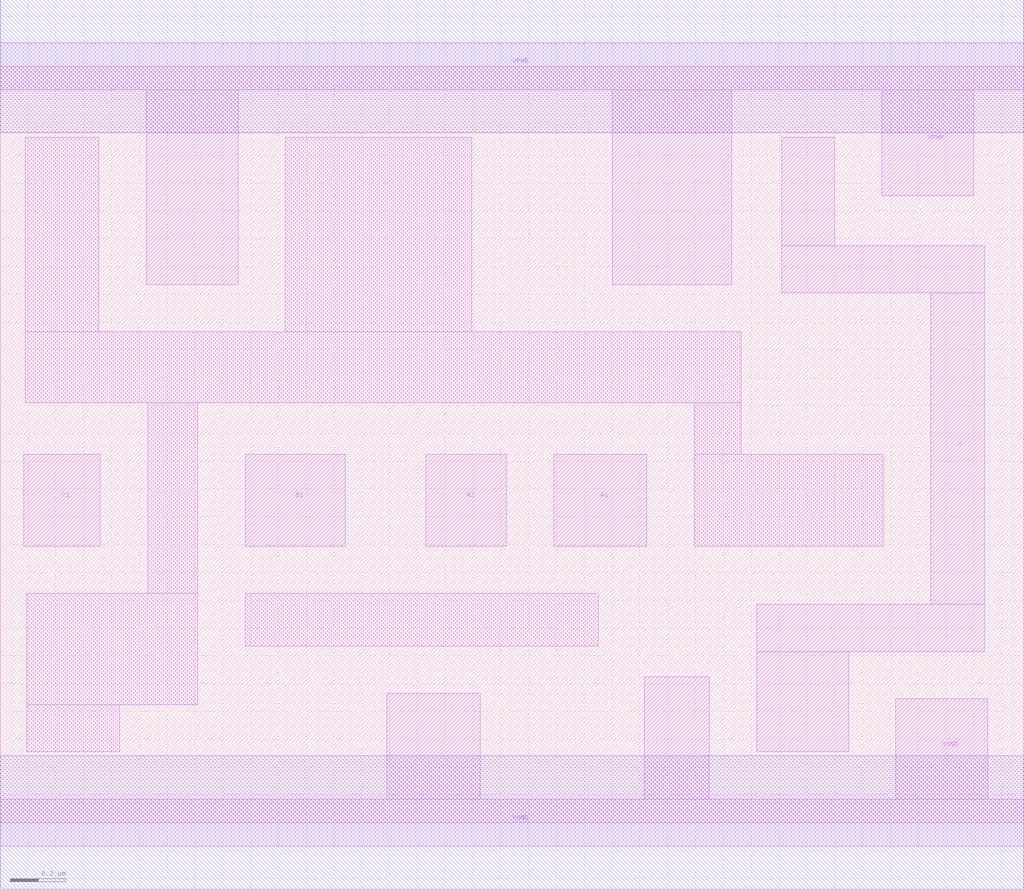
<source format=lef>
# Copyright 2020 The SkyWater PDK Authors
#
# Licensed under the Apache License, Version 2.0 (the "License");
# you may not use this file except in compliance with the License.
# You may obtain a copy of the License at
#
#     https://www.apache.org/licenses/LICENSE-2.0
#
# Unless required by applicable law or agreed to in writing, software
# distributed under the License is distributed on an "AS IS" BASIS,
# WITHOUT WARRANTIES OR CONDITIONS OF ANY KIND, either express or implied.
# See the License for the specific language governing permissions and
# limitations under the License.
#
# SPDX-License-Identifier: Apache-2.0

VERSION 5.5 ;
NAMESCASESENSITIVE ON ;
BUSBITCHARS "[]" ;
DIVIDERCHAR "/" ;
MACRO sky130_fd_sc_hd__o211a_2
  CLASS CORE ;
  SOURCE USER ;
  ORIGIN  0.000000  0.000000 ;
  SIZE  3.680000 BY  2.720000 ;
  SYMMETRY X Y R90 ;
  SITE unithd ;
  PIN A1
    ANTENNAGATEAREA  0.247500 ;
    DIRECTION INPUT ;
    USE SIGNAL ;
    PORT
      LAYER li1 ;
        RECT 1.990000 0.995000 2.325000 1.325000 ;
    END
  END A1
  PIN A2
    ANTENNAGATEAREA  0.247500 ;
    DIRECTION INPUT ;
    USE SIGNAL ;
    PORT
      LAYER li1 ;
        RECT 1.530000 0.995000 1.820000 1.325000 ;
    END
  END A2
  PIN B1
    ANTENNAGATEAREA  0.247500 ;
    DIRECTION INPUT ;
    USE SIGNAL ;
    PORT
      LAYER li1 ;
        RECT 0.880000 0.995000 1.240000 1.325000 ;
    END
  END B1
  PIN C1
    ANTENNAGATEAREA  0.247500 ;
    DIRECTION INPUT ;
    USE SIGNAL ;
    PORT
      LAYER li1 ;
        RECT 0.085000 0.995000 0.360000 1.325000 ;
    END
  END C1
  PIN X
    ANTENNADIFFAREA  0.462000 ;
    DIRECTION OUTPUT ;
    USE SIGNAL ;
    PORT
      LAYER li1 ;
        RECT 2.720000 0.255000 3.050000 0.615000 ;
        RECT 2.720000 0.615000 3.540000 0.785000 ;
        RECT 2.810000 1.905000 3.540000 2.075000 ;
        RECT 2.810000 2.075000 3.000000 2.465000 ;
        RECT 3.345000 0.785000 3.540000 1.905000 ;
    END
  END X
  PIN VGND
    DIRECTION INOUT ;
    SHAPE ABUTMENT ;
    USE GROUND ;
    PORT
      LAYER li1 ;
        RECT 0.000000 -0.085000 3.680000 0.085000 ;
        RECT 1.390000  0.085000 1.725000 0.465000 ;
        RECT 2.315000  0.085000 2.550000 0.525000 ;
        RECT 3.220000  0.085000 3.550000 0.445000 ;
    END
    PORT
      LAYER met1 ;
        RECT 0.000000 -0.240000 3.680000 0.240000 ;
    END
  END VGND
  PIN VPWR
    DIRECTION INOUT ;
    SHAPE ABUTMENT ;
    USE POWER ;
    PORT
      LAYER li1 ;
        RECT 0.000000 2.635000 3.680000 2.805000 ;
        RECT 0.525000 1.935000 0.855000 2.635000 ;
        RECT 2.200000 1.935000 2.630000 2.635000 ;
        RECT 3.170000 2.255000 3.500000 2.635000 ;
    END
    PORT
      LAYER met1 ;
        RECT 0.000000 2.480000 3.680000 2.960000 ;
    END
  END VPWR
  OBS
    LAYER li1 ;
      RECT 0.090000 1.510000 2.665000 1.765000 ;
      RECT 0.090000 1.765000 0.355000 2.465000 ;
      RECT 0.095000 0.255000 0.430000 0.425000 ;
      RECT 0.095000 0.425000 0.710000 0.825000 ;
      RECT 0.530000 0.825000 0.710000 1.510000 ;
      RECT 0.880000 0.635000 2.150000 0.825000 ;
      RECT 1.025000 1.765000 1.695000 2.465000 ;
      RECT 2.495000 0.995000 3.175000 1.325000 ;
      RECT 2.495000 1.325000 2.665000 1.510000 ;
  END
END sky130_fd_sc_hd__o211a_2

</source>
